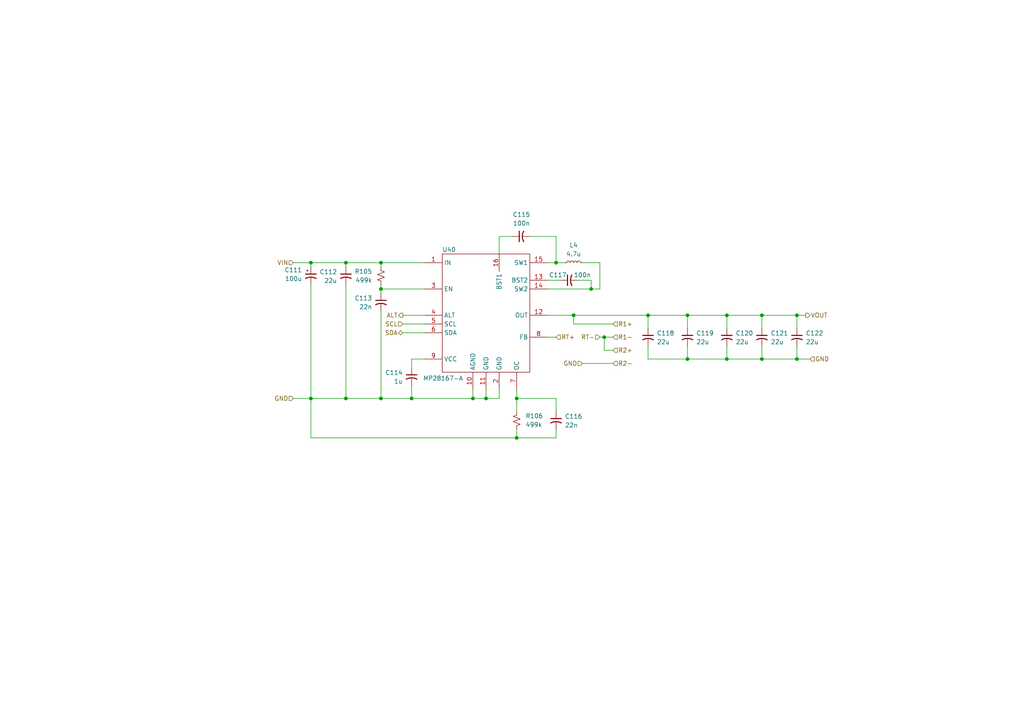
<source format=kicad_sch>
(kicad_sch (version 20250114) (generator "eeschema") (generator_version "9.0")
  (paper "A4")
  (lib_symbols
    (symbol "Device:C_Polarized_Small_US" (pin_numbers (hide yes)) (pin_names (offset 0.254) (hide yes))
      (property "Reference" "C" (at 0.254 1.778 0))
      (property "Value" "C_Polarized_Small_US" (at 0.254 -2.032 0))
      (symbol "C_Polarized_Small_US_0_1"
        (polyline (pts (xy -1.524 0.508) (xy 1.524 0.508)) (stroke (width 0.3048)))
        (polyline (pts (xy -1.27 1.524) (xy -0.762 1.524)))
        (polyline (pts (xy -1.016 1.27) (xy -1.016 1.778)))
        (arc (start -1.524 -0.762) (mid 0 -0.3734) (end 1.524 -0.762) (stroke (width 0.3048)))
      )
      (symbol "C_Polarized_Small_US_1_1"
        (pin passive line (at 0 2.54 270) (length 2.032) (name "~") (number "1"))
        (pin passive line (at 0 -2.54 90) (length 2.032) (name "~") (number "2"))
      )
    )
    (symbol "Device:C_Small_US" (pin_numbers (hide yes)) (pin_names (offset 0.254) (hide yes))
      (property "Reference" "C" (at 0.254 1.778 0))
      (property "Value" "C_Small_US" (at 0.254 -2.032 0))
      (symbol "C_Small_US_0_1"
        (polyline (pts (xy -1.524 0.508) (xy 1.524 0.508)) (stroke (width 0.3048)))
        (arc (start -1.524 -0.762) (mid 0 -0.3734) (end 1.524 -0.762) (stroke (width 0.3048)))
      )
      (symbol "C_Small_US_1_1"
        (pin passive line (at 0 2.54 270) (length 2.032) (name "~") (number "1"))
        (pin passive line (at 0 -2.54 90) (length 2.032) (name "~") (number "2"))
      )
    )
    (symbol "Device:L_Small" (pin_numbers (hide yes)) (pin_names (offset 0.254) (hide yes))
      (property "Reference" "L" (at 0.762 1.016 0))
      (property "Value" "L_Small" (at 0.762 -1.016 0))
      (symbol "L_Small_0_1"
        (arc (start 0 2.032) (mid 0.5058 1.524) (end 0 1.016))
        (arc (start 0 1.016) (mid 0.5058 0.508) (end 0 0))
        (arc (start 0 0) (mid 0.5058 -0.508) (end 0 -1.016))
        (arc (start 0 -1.016) (mid 0.5058 -1.524) (end 0 -2.032))
      )
      (symbol "L_Small_1_1"
        (pin passive line (at 0 2.54 270) (length 0.508) (name "~") (number "1"))
        (pin passive line (at 0 -2.54 90) (length 0.508) (name "~") (number "2"))
      )
    )
    (symbol "Device:R_Small_US" (pin_numbers (hide yes)) (pin_names (offset 0.254) (hide yes))
      (property "Reference" "R" (at 0.762 0.508 0))
      (property "Value" "R_Small_US" (at 0.762 -1.016 0))
      (symbol "R_Small_US_1_1"
        (polyline (pts (xy 0 1.524) (xy 1.016 1.143) (xy 0 0.762) (xy -1.016 0.381) (xy 0 0)))
        (polyline (pts (xy 0 0) (xy 1.016 -0.381) (xy 0 -0.762) (xy -1.016 -1.143) (xy 0 -1.524)))
        (pin passive line (at 0 2.54 270) (length 1.016) (name "~") (number "1"))
        (pin passive line (at 0 -2.54 90) (length 1.016) (name "~") (number "2"))
      )
    )
    (symbol "EPS:MP28167-A"
      (property "Reference" "U" (at -12.446 19.05 0))
      (property "Value" "MP28167-A" (at -13.462 -18.542 0))
      (symbol "MP28167-A_0_1"
        (rectangle (start -12.7 17.78) (end 12.7 -16.51))
      )
      (symbol "MP28167-A_1_1"
        (pin power_in line (at -17.78 15.24 0) (length 5.08) (name "IN") (number "1"))
        (pin input line (at -17.78 7.62 0) (length 5.08) (name "EN") (number "3"))
        (pin output line (at -17.78 0 0) (length 5.08) (name "ALT") (number "4"))
        (pin input line (at -17.78 -2.54 0) (length 5.08) (name "SCL") (number "5"))
        (pin bidirectional line (at -17.78 -5.08 0) (length 5.08) (name "SDA") (number "6"))
        (pin power_out line (at -17.78 -12.7 0) (length 5.08) (name "VCC") (number "9"))
        (pin power_in line (at -3.81 -21.59 90) (length 5.08) (name "AGND") (number "10"))
        (pin power_in line (at 0 -21.59 90) (length 5.08) (name "GND") (number "11"))
        (pin passive line (at 3.81 17.78 270) (length 5.08) (name "BST1") (number "16"))
        (pin power_in line (at 3.81 -21.59 90) (length 5.08) (name "GND") (number "2"))
        (pin input line (at 8.89 -21.59 90) (length 5.08) (name "OC") (number "7"))
        (pin passive line (at 17.78 15.24 180) (length 5.08) (name "SW1") (number "15"))
        (pin passive line (at 17.78 10.16 180) (length 5.08) (name "BST2") (number "13"))
        (pin passive line (at 17.78 7.62 180) (length 5.08) (name "SW2") (number "14"))
        (pin power_out line (at 17.78 0 180) (length 5.08) (name "OUT") (number "12"))
        (pin input line (at 17.78 -6.35 180) (length 5.08) (name "FB") (number "8"))
      )
    )
  )
  (junction (at 171.45 83.82))
  (junction (at 149.86 127))
  (junction (at 161.29 76.2))
  (junction (at 137.16 115.57))
  (junction (at 210.82 91.44))
  (junction (at 149.86 115.57))
  (junction (at 166.37 91.44))
  (junction (at 119.38 115.57))
  (junction (at 231.14 91.44))
  (junction (at 110.49 83.82))
  (junction (at 140.97 115.57))
  (junction (at 110.49 76.2))
  (junction (at 220.98 91.44))
  (junction (at 187.96 91.44))
  (junction (at 90.17 115.57))
  (junction (at 210.82 104.14))
  (junction (at 90.17 76.2))
  (junction (at 175.26 97.79))
  (junction (at 199.39 104.14))
  (junction (at 110.49 115.57))
  (junction (at 100.33 115.57))
  (junction (at 231.14 104.14))
  (junction (at 100.33 76.2))
  (junction (at 220.98 104.14))
  (junction (at 199.39 91.44))
  (wire (pts (xy 158.75 81.28) (xy 162.56 81.28)))
  (wire (pts (xy 90.17 115.57) (xy 90.17 127)))
  (wire (pts (xy 220.98 91.44) (xy 220.98 95.25)))
  (wire (pts (xy 167.64 81.28) (xy 171.45 81.28)))
  (wire (pts (xy 110.49 83.82) (xy 110.49 85.09)))
  (wire (pts (xy 100.33 82.55) (xy 100.33 115.57)))
  (wire (pts (xy 137.16 113.03) (xy 137.16 115.57)))
  (wire (pts (xy 187.96 100.33) (xy 187.96 104.14)))
  (wire (pts (xy 110.49 83.82) (xy 123.19 83.82)))
  (wire (pts (xy 187.96 91.44) (xy 187.96 95.25)))
  (wire (pts (xy 158.75 91.44) (xy 166.37 91.44)))
  (wire (pts (xy 140.97 113.03) (xy 140.97 115.57)))
  (wire (pts (xy 158.75 76.2) (xy 161.29 76.2)))
  (wire (pts (xy 220.98 100.33) (xy 220.98 104.14)))
  (wire (pts (xy 90.17 76.2) (xy 90.17 77.47)))
  (wire (pts (xy 149.86 127) (xy 161.29 127)))
  (wire (pts (xy 199.39 104.14) (xy 210.82 104.14)))
  (wire (pts (xy 166.37 91.44) (xy 166.37 93.98)))
  (wire (pts (xy 166.37 91.44) (xy 187.96 91.44)))
  (wire (pts (xy 161.29 124.46) (xy 161.29 127)))
  (wire (pts (xy 119.38 115.57) (xy 137.16 115.57)))
  (wire (pts (xy 144.78 68.58) (xy 148.59 68.58)))
  (wire (pts (xy 149.86 124.46) (xy 149.86 127)))
  (wire (pts (xy 153.67 68.58) (xy 161.29 68.58)))
  (wire (pts (xy 173.99 97.79) (xy 175.26 97.79)))
  (wire (pts (xy 119.38 104.14) (xy 123.19 104.14)))
  (wire (pts (xy 161.29 115.57) (xy 161.29 119.38)))
  (wire (pts (xy 231.14 104.14) (xy 234.95 104.14)))
  (wire (pts (xy 144.78 73.66) (xy 144.78 68.58)))
  (wire (pts (xy 166.37 93.98) (xy 177.8 93.98)))
  (wire (pts (xy 110.49 115.57) (xy 100.33 115.57)))
  (wire (pts (xy 110.49 76.2) (xy 123.19 76.2)))
  (wire (pts (xy 110.49 115.57) (xy 119.38 115.57)))
  (wire (pts (xy 210.82 100.33) (xy 210.82 104.14)))
  (wire (pts (xy 175.26 101.6) (xy 177.8 101.6)))
  (wire (pts (xy 110.49 76.2) (xy 110.49 77.47)))
  (wire (pts (xy 116.84 96.52) (xy 123.19 96.52)))
  (wire (pts (xy 149.86 113.03) (xy 149.86 115.57)))
  (wire (pts (xy 90.17 76.2) (xy 100.33 76.2)))
  (wire (pts (xy 119.38 106.68) (xy 119.38 104.14)))
  (wire (pts (xy 168.91 105.41) (xy 177.8 105.41)))
  (wire (pts (xy 116.84 91.44) (xy 123.19 91.44)))
  (wire (pts (xy 175.26 97.79) (xy 177.8 97.79)))
  (wire (pts (xy 100.33 76.2) (xy 100.33 77.47)))
  (wire (pts (xy 187.96 104.14) (xy 199.39 104.14)))
  (wire (pts (xy 144.78 113.03) (xy 144.78 115.57)))
  (wire (pts (xy 158.75 83.82) (xy 171.45 83.82)))
  (wire (pts (xy 110.49 82.55) (xy 110.49 83.82)))
  (wire (pts (xy 210.82 104.14) (xy 220.98 104.14)))
  (wire (pts (xy 100.33 115.57) (xy 90.17 115.57)))
  (wire (pts (xy 85.09 76.2) (xy 90.17 76.2)))
  (wire (pts (xy 171.45 81.28) (xy 171.45 83.82)))
  (wire (pts (xy 161.29 68.58) (xy 161.29 76.2)))
  (wire (pts (xy 199.39 91.44) (xy 210.82 91.44)))
  (wire (pts (xy 144.78 115.57) (xy 140.97 115.57)))
  (wire (pts (xy 199.39 91.44) (xy 199.39 95.25)))
  (wire (pts (xy 110.49 90.17) (xy 110.49 115.57)))
  (wire (pts (xy 231.14 100.33) (xy 231.14 104.14)))
  (wire (pts (xy 173.99 76.2) (xy 173.99 83.82)))
  (wire (pts (xy 119.38 111.76) (xy 119.38 115.57)))
  (wire (pts (xy 199.39 100.33) (xy 199.39 104.14)))
  (wire (pts (xy 161.29 76.2) (xy 163.83 76.2)))
  (wire (pts (xy 220.98 91.44) (xy 231.14 91.44)))
  (wire (pts (xy 149.86 115.57) (xy 149.86 119.38)))
  (wire (pts (xy 175.26 97.79) (xy 175.26 101.6)))
  (wire (pts (xy 149.86 127) (xy 90.17 127)))
  (wire (pts (xy 116.84 93.98) (xy 123.19 93.98)))
  (wire (pts (xy 149.86 115.57) (xy 161.29 115.57)))
  (wire (pts (xy 231.14 95.25) (xy 231.14 91.44)))
  (wire (pts (xy 210.82 91.44) (xy 210.82 95.25)))
  (wire (pts (xy 220.98 104.14) (xy 231.14 104.14)))
  (wire (pts (xy 187.96 91.44) (xy 199.39 91.44)))
  (wire (pts (xy 210.82 91.44) (xy 220.98 91.44)))
  (wire (pts (xy 100.33 76.2) (xy 110.49 76.2)))
  (wire (pts (xy 158.75 97.79) (xy 161.29 97.79)))
  (wire (pts (xy 173.99 83.82) (xy 171.45 83.82)))
  (wire (pts (xy 231.14 91.44) (xy 233.68 91.44)))
  (wire (pts (xy 90.17 82.55) (xy 90.17 115.57)))
  (wire (pts (xy 168.91 76.2) (xy 173.99 76.2)))
  (wire (pts (xy 90.17 115.57) (xy 85.09 115.57)))
  (wire (pts (xy 140.97 115.57) (xy 137.16 115.57)))
  (hierarchical_label "GND" (shape input) (at 85.09 115.57 180))
  (hierarchical_label "SCL" (shape input) (at 116.84 93.98 180))
  (hierarchical_label "GND" (shape input) (at 234.95 104.14 0))
  (hierarchical_label "ALT" (shape output) (at 116.84 91.44 180))
  (hierarchical_label "SDA" (shape bidirectional) (at 116.84 96.52 180))
  (hierarchical_label "RT+" (shape input) (at 161.29 97.79 0))
  (hierarchical_label "VOUT" (shape output) (at 233.68 91.44 0))
  (hierarchical_label "VIN" (shape input) (at 85.09 76.2 180))
  (hierarchical_label "R2-" (shape input) (at 177.8 105.41 0))
  (hierarchical_label "R1+" (shape input) (at 177.8 93.98 0))
  (hierarchical_label "R1-" (shape input) (at 177.8 97.79 0))
  (hierarchical_label "GND" (shape input) (at 168.91 105.41 180))
  (hierarchical_label "R2+" (shape input) (at 177.8 101.6 0))
  (hierarchical_label "RT-" (shape input) (at 173.99 97.79 180))
  (symbol (lib_id "Device:C_Small_US") (at 119.38 109.22 0) (unit 1)
    (property "Reference" "C114" (at 116.84 108.0769 0) (effects (justify right)))
    (property "Value" "1u" (at 116.84 110.6169 0) (effects (justify right)))
    (property "Description" "capacitor, small US symbol" (effects (hide yes)))
    (instances (project "eps" (path "" (reference "C114") (unit 1)) (path "" (reference "C126") (unit 1))))
  )
  (symbol (lib_id "Device:C_Small_US") (at 100.33 80.01 0) (unit 1)
    (property "Reference" "C112" (at 97.79 78.8669 0) (effects (justify right)))
    (property "Value" "22u" (at 97.79 81.4069 0) (effects (justify right)))
    (property "Description" "capacitor, small US symbol" (effects (hide yes)))
    (instances (project "eps" (path "" (reference "C112") (unit 1)) (path "" (reference "C124") (unit 1))))
  )
  (symbol (lib_id "Device:C_Small_US") (at 220.98 97.79 0) (unit 1)
    (property "Reference" "C121" (at 223.52 96.6469 0) (effects (justify left)))
    (property "Value" "22u" (at 223.52 99.1869 0) (effects (justify left)))
    (property "Description" "capacitor, small US symbol" (effects (hide yes)))
    (instances (project "eps" (path "" (reference "C121") (unit 1)) (path "" (reference "C133") (unit 1))))
  )
  (symbol (lib_id "EPS:MP28167-A") (at 140.97 91.44 0) (unit 1)
    (property "Reference" "U40" (at 128.27 72.39 0) (effects (justify left)))
    (property "Value" "MP28167-A" (at 122.682 109.728 0) (effects (justify left)))
    (instances (project "" (path "" (reference "U40") (unit 1)) (path "" (reference "U41") (unit 1))))
  )
  (symbol (lib_id "Device:L_Small") (at 166.37 76.2 90) (unit 1)
    (property "Reference" "L4" (at 166.37 71.12 90))
    (property "Value" "4.7u" (at 166.37 73.66 90))
    (property "Description" "Inductor, small symbol" (effects (hide yes)))
    (instances (project "" (path "" (reference "L4") (unit 1)) (path "" (reference "L5") (unit 1))))
  )
  (symbol (lib_id "Device:C_Small_US") (at 199.39 97.79 0) (unit 1)
    (property "Reference" "C119" (at 201.93 96.6469 0) (effects (justify left)))
    (property "Value" "22u" (at 201.93 99.1869 0) (effects (justify left)))
    (property "Description" "capacitor, small US symbol" (effects (hide yes)))
    (instances (project "eps" (path "" (reference "C119") (unit 1)) (path "" (reference "C131") (unit 1))))
  )
  (symbol (lib_id "Device:C_Small_US") (at 165.1 81.28 90) (unit 1)
    (property "Reference" "C117" (at 161.798 79.756 90))
    (property "Value" "100n" (at 168.91 79.756 90))
    (property "Description" "capacitor, small US symbol" (effects (hide yes)))
    (instances (project "eps" (path "" (reference "C117") (unit 1)) (path "" (reference "C129") (unit 1))))
  )
  (symbol (lib_id "Device:R_Small_US") (at 149.86 121.92 0) (mirror y) (unit 1)
    (property "Reference" "R106" (at 152.4 120.6499 0) (effects (justify right)))
    (property "Value" "499k" (at 152.4 123.1899 0) (effects (justify right)))
    (property "Description" "Resistor, small US symbol" (effects (hide yes)))
    (instances (project "eps" (path "" (reference "R106") (unit 1)) (path "" (reference "R108") (unit 1))))
  )
  (symbol (lib_id "Device:C_Small_US") (at 187.96 97.79 0) (unit 1)
    (property "Reference" "C118" (at 190.5 96.6469 0) (effects (justify left)))
    (property "Value" "22u" (at 190.5 99.1869 0) (effects (justify left)))
    (property "Description" "capacitor, small US symbol" (effects (hide yes)))
    (instances (project "" (path "" (reference "C118") (unit 1)) (path "" (reference "C130") (unit 1))))
  )
  (symbol (lib_id "Device:C_Small_US") (at 210.82 97.79 0) (unit 1)
    (property "Reference" "C120" (at 213.36 96.6469 0) (effects (justify left)))
    (property "Value" "22u" (at 213.36 99.1869 0) (effects (justify left)))
    (property "Description" "capacitor, small US symbol" (effects (hide yes)))
    (instances (project "eps" (path "" (reference "C120") (unit 1)) (path "" (reference "C132") (unit 1))))
  )
  (symbol (lib_id "Device:C_Polarized_Small_US") (at 90.17 80.01 0) (unit 1)
    (property "Reference" "C111" (at 87.63 78.3081 0) (effects (justify right)))
    (property "Value" "100u" (at 87.63 80.8481 0) (effects (justify right)))
    (property "Description" "Polarized capacitor, small US symbol" (effects (hide yes)))
    (instances (project "" (path "" (reference "C111") (unit 1)) (path "" (reference "C123") (unit 1))))
  )
  (symbol (lib_id "Device:C_Small_US") (at 231.14 97.79 0) (unit 1)
    (property "Reference" "C122" (at 233.68 96.6469 0) (effects (justify left)))
    (property "Value" "22u" (at 233.68 99.1869 0) (effects (justify left)))
    (property "Description" "capacitor, small US symbol" (effects (hide yes)))
    (instances (project "eps" (path "" (reference "C122") (unit 1)) (path "" (reference "C134") (unit 1))))
  )
  (symbol (lib_id "Device:C_Small_US") (at 161.29 121.92 0) (mirror y) (unit 1)
    (property "Reference" "C116" (at 163.83 120.7769 0) (effects (justify right)))
    (property "Value" "22n" (at 163.83 123.3169 0) (effects (justify right)))
    (property "Description" "capacitor, small US symbol" (effects (hide yes)))
    (instances (project "eps" (path "" (reference "C116") (unit 1)) (path "" (reference "C128") (unit 1))))
  )
  (symbol (lib_id "Device:C_Small_US") (at 151.13 68.58 90) (unit 1)
    (property "Reference" "C115" (at 151.257 62.23 90))
    (property "Value" "100n" (at 151.257 64.77 90))
    (property "Description" "capacitor, small US symbol" (effects (hide yes)))
    (instances (project "" (path "" (reference "C115") (unit 1)) (path "" (reference "C127") (unit 1))))
  )
  (symbol (lib_id "Device:R_Small_US") (at 110.49 80.01 0) (unit 1)
    (property "Reference" "R105" (at 107.95 78.7399 0) (effects (justify right)))
    (property "Value" "499k" (at 107.95 81.2799 0) (effects (justify right)))
    (property "Description" "Resistor, small US symbol" (effects (hide yes)))
    (instances (project "" (path "" (reference "R105") (unit 1)) (path "" (reference "R107") (unit 1))))
  )
  (symbol (lib_id "Device:C_Small_US") (at 110.49 87.63 0) (unit 1)
    (property "Reference" "C113" (at 107.95 86.4869 0) (effects (justify right)))
    (property "Value" "22n" (at 107.95 89.0269 0) (effects (justify right)))
    (property "Description" "capacitor, small US symbol" (effects (hide yes)))
    (instances (project "eps" (path "" (reference "C113") (unit 1)) (path "" (reference "C125") (unit 1))))
  )
)
</source>
